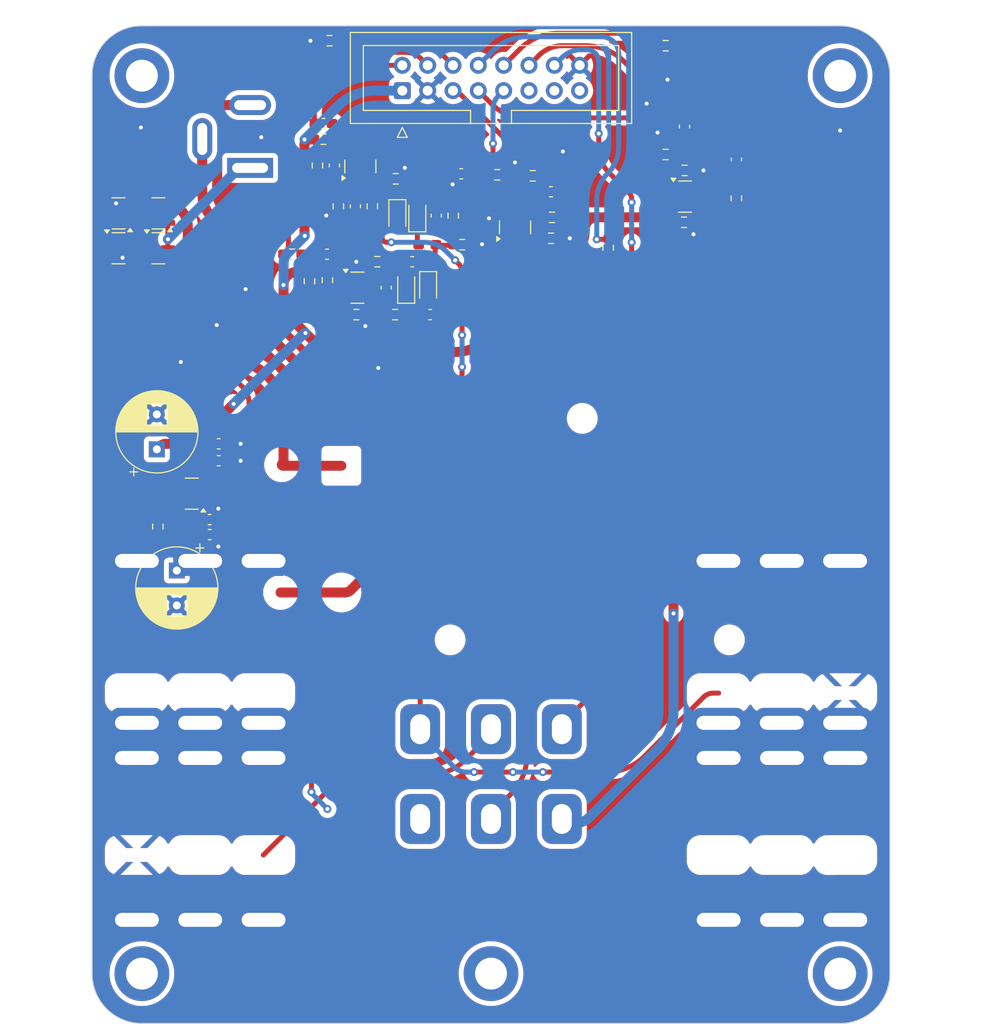
<source format=kicad_pcb>
(kicad_pcb (version 20241229) (generator "pcbnew") (generator_version "9.0")
  (layers (0 "F.Cu" signal) (2 "B.Cu" signal) (13 "F.Paste" user) (15 "B.Paste" user) (5 "F.SilkS" user "F.Silkscreen") (7 "B.SilkS" user "B.Silkscreen") (1 "F.Mask" user) (3 "B.Mask" user) (25 "Edge.Cuts" user))
  (net 0 "")
  (net 1 "Net-(D1-K)")
  (net 2 "Net-(D1-A)")
  (net 3 "Net-(D3-K)")
  (net 4 "Net-(D3-A)")
  (net 5 "Net-(Q1-E)")
  (net 6 "Net-(Q2-E)")
  (net 7 "Net-(Q3-B)")
  (net 8 "Net-(Q3-E)")
  (net 9 "Net-(Q3-C)")
  (net 10 "Net-(Q5-B)")
  (net 11 "Net-(Q4-B)")
  (net 12 "Net-(Q4-C)")
  (net 13 "0")
  (net 14 "9V")
  (net 15 "Net-(Q1-B)")
  (net 16 "Net-(Q2-B)")
  (net 17 "Net-(C2-Pad1)")
  (net 18 "Net-(C4-Pad1)")
  (net 19 "Net-(C7-Pad1)")
  (net 20 "BAT-")
  (net 21 "Net-(Q4-E)")
  (net 24 "FS_OUT")
  (net 28 "F_OUT")
  (net 29 "Net-(SW1A-B)")
  (net 30 "SW_IN")
  (net 32 "CONN-")
  (net 33 "CONN+")
  (net 34 "Net-(J6B-Pin_5)")
  (net 35 "Net-(J6B-Pin_9)")
  (net 36 "Net-(J6D-Pin_8)")
  (net 37 "Net-(J6A-Pin_4)")
  (net 38 "Net-(J6C-Pin_14)")
  (net 39 "Net-(J6E-Pin_10)")
  (net 43 "Net-(SW1B-B)")
  (net 44 "REG_IN")
  (net 47 "Net-(J6C-Pin_12)")
  (net 48 "Net-(J6A-Pin_6)")
  (net 51 "unconnected-(J3-PadTN)")
  (footprint "Resistor_SMD:R_0603_1608Metric_Pad0.98x0.95mm_HandSolder" (layer "F.Cu") (at 80.45 65.3375 180)
    (property "Reference" "R2" (hide yes))
    (property "Value" "100")
  )
  (footprint "Capacitor_SMD:C_0603_1608Metric_Pad1.08x0.95mm_HandSolder" (layer "F.Cu") (at 82.1 73.65)
    (property "Reference" "C6" (hide yes))
    (property "Value" "1u")
  )
  (footprint "Diode_SMD:D_SOD-323" (layer "F.Cu") (at 81.5 76.2 90)
    (property "Reference" "D3" (hide yes))
    (property "Value" "1N4148WS")
  )
  (footprint "Diode_SMD:D_SOD-323" (layer "F.Cu") (at 83.7 76.25 -90)
    (property "Reference" "D5" (hide yes))
    (property "Value" "1N4148WS")
  )
  (footprint "Capacitor_SMD:C_0603_1608Metric_Pad1.08x0.95mm_HandSolder" (layer "F.Cu") (at 87.0125 64.8375)
    (property "Reference" "C13" (hide yes))
    (property "Value" "10n")
  )
  (footprint "Resistor_SMD:R_0603_1608Metric_Pad0.98x0.95mm_HandSolder" (layer "F.Cu") (at 94.1875 65.0375)
    (property "Reference" "R22" (hide yes))
    (property "Value" "22k")
  )
  (footprint "pedale:Jack_6.35mm" (layer "F.Cu") (at 67.2 119.865 180)
    (property "Reference" "J3" (hide yes))
    (property "Value" "Jack_6.35")
  )
  (footprint "pedale:M3_hole_with_spacer" (layer "F.Cu") (at 55 145)
    (property "Reference" "H3" (hide yes))
    (property "Value" "MountingHole")
  )
  (footprint "Capacitor_SMD:C_0603_1608Metric_Pad1.08x0.95mm_HandSolder" (layer "F.Cu") (at 96.0125 66.6375 180)
    (property "Reference" "C12" (hide yes))
    (property "Value" "4.7n")
  )
  (footprint "Resistor_SMD:R_0603_1608Metric_Pad0.98x0.95mm_HandSolder" (layer "F.Cu") (at 73.6 75.5 -90)
    (property "Reference" "R9" (hide yes))
    (property "Value" "470k")
  )
  (footprint "Package_TO_SOT_SMD:SOT-23" (layer "F.Cu") (at 56.6625 68.8 180)
    (property "Reference" "Q10" (hide yes))
    (property "Value" "AO3401A")
  )
  (footprint "Resistor_SMD:R_0603_1608Metric_Pad0.98x0.95mm_HandSolder" (layer "F.Cu") (at 101.75 72.25 -90)
    (property "Reference" "R26" (hide yes))
    (property "Value" "2.2k")
  )
  (footprint "Capacitor_SMD:C_0603_1608Metric_Pad1.08x0.95mm_HandSolder" (layer "F.Cu") (at 84.5125 69.0375 90)
    (property "Reference" "C9" (hide yes))
    (property "Value" "470p")
  )
  (footprint "pedale:M3_hole_with_spacer" (layer "F.Cu") (at 125 145)
    (property "Reference" "H4" (hide yes))
    (property "Value" "MountingHole")
  )
  (footprint "Resistor_SMD:R_0603_1608Metric_Pad0.98x0.95mm_HandSolder" (layer "F.Cu") (at 78.6 73.65 180)
    (property "Reference" "R8" (hide yes))
    (property "Value" "100k")
  )
  (footprint "Capacitor_SMD:C_0603_1608Metric_Pad1.08x0.95mm_HandSolder" (layer "F.Cu") (at 109.4 60.1 -90)
    (property "Reference" "C10" (hide yes))
    (property "Value" "100n")
  )
  (footprint "Capacitor_SMD:C_0603_1608Metric_Pad1.08x0.95mm_HandSolder" (layer "F.Cu") (at 62.7 91.897349)
    (property "Reference" "C17" (hide yes))
    (property "Value" "10u")
  )
  (footprint "pedale:IDC-Header_2x08_P2.54mm_Vertical" (layer "F.Cu") (at 81.11 56.5025 90)
    (property "Reference" "J6" (hide yes))
    (property "Value" "top_panel_connector")
  )
  (footprint "Capacitor_SMD:C_0603_1608Metric_Pad1.08x0.95mm_HandSolder" (layer "F.Cu") (at 61.8 100.997349 180)
    (property "Reference" "C18" (hide yes))
    (property "Value" "100n")
  )
  (footprint "Capacitor_SMD:C_0603_1608Metric_Pad1.08x0.95mm_HandSolder" (layer "F.Cu") (at 62.7 93.597349)
    (property "Reference" "C16" (hide yes))
    (property "Value" "10u")
  )
  (footprint "Capacitor_SMD:C_0603_1608Metric_Pad1.08x0.95mm_HandSolder" (layer "F.Cu") (at 61.8 99.497349)
    (property "Reference" "C14" (hide yes))
    (property "Value" "10u")
  )
  (footprint "Resistor_SMD:R_0603_1608Metric_Pad0.98x0.95mm_HandSolder" (layer "F.Cu") (at 80.3875 78.95)
    (property "Reference" "R12" (hide yes))
    (property "Value" "10k")
  )
  (footprint "pedale:M3_hole_with_spacer" (layer "F.Cu") (at 90 145)
    (property "Reference" "H5" (hide yes))
    (property "Value" "MountingHole")
  )
  (footprint "Diode_SMD:D_SOD-323" (layer "F.Cu") (at 80.6125 69.0375 -90)
    (property "Reference" "D2" (hide yes))
    (property "Value" "1N4148WS")
  )
  (footprint "pedale:M3_hole_with_spacer" (layer "F.Cu") (at 55 55)
    (property "Reference" "H1" (hide yes))
    (property "Value" "MountingHole")
  )
  (footprint "pedale:BarrelJack" (layer "F.Cu") (at 65.85 64.25 180)
    (property "Reference" "J9" (hide yes))
    (property "Value" "Barrel_Jack_Switch")
  )
  (footprint "pedale:bottom_plate" (layer "F.Cu") (at 50 50)
    (property "Reference" "P2" (hide yes))
    (property "Value" "bottom_panel")
  )
  (footprint "Resistor_SMD:R_0603_1608Metric_Pad0.98x0.95mm_HandSolder" (layer "F.Cu") (at 114.6 67.3 -90)
    (property "Reference" "R20" (hide yes))
    (property "Value" "15k")
  )
  (footprint "Capacitor_THT:CP_Radial_D8.0mm_P3.50mm" (layer "F.Cu") (at 56.5 92.45 90)
    (property "Reference" "C19" (hide yes))
    (property "Value" "470u")
  )
  (footprint "Resistor_SMD:R_0603_1608Metric_Pad0.98x0.95mm_HandSolder" (layer "F.Cu") (at 71.8 75.6 -90)
    (property "Reference" "R10" (hide yes))
    (property "Value" "10k")
  )
  (footprint "Capacitor_SMD:C_0603_1608Metric_Pad1.08x0.95mm_HandSolder" (layer "F.Cu") (at 83.9 78.95)
    (property "Reference" "C7" (hide yes))
    (property "Value" "100n")
  )
  (footprint "Resistor_SMD:R_0603_1608Metric_Pad0.98x0.95mm_HandSolder" (layer "F.Cu") (at 70.0625 72.9)
    (property "Reference" "R7" (hide yes))
    (property "Value" "10k")
  )
  (footprint "Capacitor_SMD:C_0603_1608Metric_Pad1.08x0.95mm_HandSolder" (layer "F.Cu") (at 73.2 59.8 180)
    (property "Reference" "C3" (hide yes))
    (property "Value" "1u")
  )
  (footprint "Capacitor_SMD:C_0603_1608Metric_Pad1.08x0.95mm_HandSolder" (layer "F.Cu") (at 79.5 76.25 -90)
    (property "Reference" "C5" (hide yes))
    (property "Value" "470p")
  )
  (footprint "Package_TO_SOT_SMD:SOT-23" (layer "F.Cu") (at 92.4125 70.2 90)
    (property "Reference" "Q2" (hide yes))
    (property "Value" "MMBT5551")
  )
  (footprint "Package_TO_SOT_SMD:SOT-23" (layer "F.Cu") (at 60 96.897349 180)
    (property "Reference" "Q5" (hide yes))
    (property "Value" "MMBT5551")
  )
  (footprint "Resistor_SMD:R_0603_1608Metric_Pad0.98x0.95mm_HandSolder" (layer "F.Cu") (at 86.2125 69.0375 90)
    (property "Reference" "R14" (hide yes))
    (property "Value" "470k")
  )
  (footprint "Capacitor_SMD:C_0603_1608Metric_Pad1.08x0.95mm_HandSolder" (layer "F.Cu") (at 83.6125 71.9375 180)
    (property "Reference" "C8" (hide yes))
    (property "Value" "1u")
  )
  (footprint "pedale:Jack_6.35mm" (layer "F.Cu") (at 67.2 139.615 180)
    (property "Reference" "J2" (hide yes))
    (property "Value" "Jack_6.35")
  )
  (footprint "Package_TO_SOT_SMD:SOT-23" (layer "F.Cu") (at 56.6625 72.3)
    (property "Reference" "Q8" (hide yes))
    (property "Value" "AO3401A")
  )
  (footprint "Diode_SMD:D_SOD-323" (layer "F.Cu") (at 82.6125 69.0375 90)
    (property "Reference" "D1" (hide yes))
    (property "Value" "1N4148WS")
  )
  (footprint "Resistor_SMD:R_0603_1608Metric_Pad0.98x0.95mm_HandSolder" (layer "F.Cu") (at 107.5 62.9 180)
    (property "Reference" "R19" (hide yes))
    (property "Value" "470k")
  )
  (footprint "Resistor_SMD:R_0603_1608Metric_Pad0.98x0.95mm_HandSolder" (layer "F.Cu") (at 73.8 51.5 180)
    (property "Reference" "R6" (hide yes))
    (property "Value" "1k")
  )
  (footprint "Resistor_SMD:R_0603_1608Metric_Pad0.98x0.95mm_HandSolder" (layer "F.Cu") (at 96.0125 71.3)
    (property "Reference" "R16" (hide yes))
    (property "Value" "150")
  )
  (footprint "Package_TO_SOT_SMD:SOT-23" (layer "F.Cu") (at 76.9 64.1 90)
    (property "Reference" "Q4" (hide yes))
    (property "Value" "MMBT5551")
  )
  (footprint "Resistor_SMD:R_0603_1608Metric_Pad0.98x0.95mm_HandSolder" (layer "F.Cu") (at 109.35 69.7)
    (property "Reference" "R21" (hide yes))
    (property "Value" "3.3k")
  )
  (footprint "Package_TO_SOT_SMD:SOT-23" (layer "F.Cu") (at 76.6 76.25)
    (property "Reference" "Q1" (hide yes))
    (property "Value" "MMBT5551")
  )
  (footprint "Resistor_SMD:R_0603_1608Metric_Pad0.98x0.95mm_HandSolder" (layer "F.Cu") (at 72.6 64 90)
    (property "Reference" "R4" (hide yes))
    (property "Value" "470k")
  )
  (footprint "Package_TO_SOT_SMD:SOT-23" (layer "F.Cu") (at 109.45 67.12)
    (property "Reference" "Q3" (hide yes))
    (property "Value" "MMBT5551")
  )
  (footprint "pedale:Jack_6.35mm" (layer "F.Cu") (at 112.825 123.385)
    (property "Reference" "J1" (hide yes))
    (property "Value" "Jack_6.35")
  )
  (footprint "Resistor_SMD:R_0603_1608Metric_Pad0.98x0.95mm_HandSolder" (layer "F.Cu") (at 76.5 78.95)
    (property "Reference" "R11" (hide yes))
    (property "Value" "150")
  )
  (footprint "Resistor_SMD:R_0603_1608Metric_Pad0.98x0.95mm_HandSolder" (layer "F.Cu") (at 96.1125 69.2 180)
    (property "Reference" "R15" (hide yes))
    (property "Value" "10k")
  )
  (footprint "Capacitor_SMD:C_0603_1608Metric_Pad1.08x0.95mm_HandSolder" (layer "F.Cu") (at 114.6 63.4 90)
    (property "Reference" "C11" (hide yes))
    (property "Value" "100n")
  )
  (footprint "pedale:Jack_6.35mm" (layer "F.Cu") (at 112.8 103.635)
    (property "Reference" "J4" (hide yes))
    (property "Value" "Jack_6.35")
  )
  (footprint "pedale:foot_switch_tht_no_pad" (layer "F.Cu") (at 90 125)
    (property "Reference" "SW1" (hide yes))
    (property "Value" "pedala_switch")
  )
  (footprint "Resistor_SMD:R_0603_1608Metric_Pad0.98x0.95mm_HandSolder" (layer "F.Cu") (at 56.6 100.197349 90)
    (property "Reference" "R24" (hide yes))
    (property "Value" "1k")
  )
  (footprint "Package_TO_SOT_SMD:SOT-23" (layer "F.Cu") (at 52.6625 72.3)
    (property "Reference" "Q13" (hide yes))
    (property "Value" "AO3400A")
  )
  (footprint "Capacitor_SMD:C_0603_1608Metric_Pad1.08x0.95mm_HandSolder" (layer "F.Cu") (at 74.3 64 90)
    (property "Reference" "C1" (hide yes))
    (property "Value" "470p")
  )
  (footprint "Resistor_SMD:R_0603_1608Metric_Pad0.98x0.95mm_HandSolder" (layer "F.Cu") (at 87.1125 71.9375)
    (property "Reference" "R13" (hide yes))
    (property "Value" "100k")
  )
  (footprint "Package_TO_SOT_SMD:SOT-23" (layer "F.Cu") (at 52.6625 68.8 180)
    (property "Reference" "Q14" (hide yes))
    (property "Value" "AO3400A")
  )
  (footprint "Resistor_SMD:R_0603_1608Metric_Pad0.98x0.95mm_HandSolder" (layer "F.Cu") (at 109.4 64.5)
    (property "Reference" "R18" (hide yes))
    (property "Value" "100k")
  )
  (footprint "Resistor_SMD:R_0603_1608Metric_Pad0.98x0.95mm_HandSolder" (layer "F.Cu") (at 107.5 52 180)
    (property "Reference" "R25" (hide yes))
    (property "Value" "2.2k")
  )
  (footprint "Resistor_SMD:R_0603_1608Metric_Pad0.98x0.95mm_HandSolder" (layer "F.Cu") (at 73.2 61.3625)
    (property "Reference" "R5" (hide yes))
    (property "Value" "10k")
  )
  (footprint "Resistor_SMD:R_0603_1608Metric_Pad0.98x0.95mm_HandSolder" (layer "F.Cu") (at 74.7 68.1 -90)
    (property "Reference" "R1" (hide yes))
    (property "Value" "47k")
  )
  (footprint "pedale:M3_hole_with_spacer" (layer "F.Cu") (at 125 55)
    (property "Reference" "H2" (hide yes))
    (property "Value" "MountingHole")
  )
  (footprint "Capacitor_SMD:C_0603_1608Metric_Pad1.08x0.95mm_HandSolder" (layer "F.Cu") (at 73.5625 72.9)
    (property "Reference" "C4" (hide yes))
    (property "Value" "100n")
  )
  (footprint "pedale:front_plate" (layer "F.Cu") (at 50 50)
    (property "Reference" "P1" (hide yes))
    (property "Value" "front_panel")
  )
  (footprint "Resistor_SMD:R_0603_1608Metric_Pad0.98x0.95mm_HandSolder" (layer "F.Cu") (at 90.625 64.9375 180)
    (property "Reference" "R17" (hide yes))
    (property "Value" "39k")
  )
  (footprint "Resistor_SMD:R_0603_1608Metric_Pad0.98x0.95mm_HandSolder" (layer "F.Cu") (at 78.1 68.1 -90)
    (property "Reference" "R3" (hide yes))
    (property "Value" "47k")
  )
  (footprint "Capacitor_THT:CP_Radial_D8.0mm_P3.50mm" (layer "F.Cu") (at 58.5 104.597349 -90)
    (property "Reference" "C20" (hide yes))
    (property "Value" "470u")
  )
  (footprint "Capacitor_SMD:C_0603_1608Metric_Pad1.08x0.95mm_HandSolder" (layer "F.Cu") (at 76.4 68.1 90)
    (property "Reference" "C2" (hide yes))
    (property "Value" "1u")
  )
  (gr_line (start 50 55) (end 50 145) (stroke (width 0.1)) (layer "Edge.Cuts"))
  (gr_arc (start 50 55) (mid 51.464467 51.464467) (end 55 50) (stroke (width 0.1)) (layer "Edge.Cuts"))
  (gr_arc (start 125 50) (mid 128.535533 51.464467) (end 130 55) (stroke (width 0.1)) (layer "Edge.Cuts"))
  (gr_line (start 55 150) (end 125 150) (stroke (width 0.1)) (layer "Edge.Cuts"))
  (gr_line (start 130 145) (end 130 55) (stroke (width 0.1)) (layer "Edge.Cuts"))
  (gr_arc (start 55 150) (mid 51.464467 148.535533) (end 50 145) (stroke (width 0.1)) (layer "Edge.Cuts"))
  (gr_line (start 125 50) (end 55 50) (stroke (width 0.1)) (layer "Edge.Cuts"))
  (gr_arc (start 130 145) (mid 128.535533 148.535533) (end 125 150) (stroke (width 0.1)) (layer "Edge.Cuts"))
  (segment (start 61.4 83.5875) (end 61.4 81.565685) (width 1) (layer "F.Cu") (net 0))
  (segment (start 60.6 80.2) (end 61 80.6) (width 1) (layer "F.Cu") (net 0))
  (segment (start 69.2 88.900869) (end 69.2 93.658578) (width 1) (layer "F.Cu") (net 0))
  (segment (start 58.675 77.2625) (end 58.65 77.2375) (width 0.5) (layer "F.Cu") (net 0))
  (segment (start 69.05 93.95) (end 69.1 93.9) (width 1) (layer "F.Cu") (net 0))
  (segment (start 69.17071 94.1) (end 75 94.1) (width 1) (layer "F.Cu") (net 0))
  (segment (start 58.7 81.727144) (end 58.7 77.322855) (width 0.5) (layer "F.Cu") (net 0))
  (segment (start 60.6 80.2) (end 60.6 77.0875) (width 1) (layer "F.Cu") (net 0))
  (segment (start 58.725 81.7875) (end 58.75 81.8125) (width 0.5) (layer "F.Cu") (net 0))
  (segment (start 63.88663 83.5875) (end 61.4 83.5875) (width 1) (layer "F.Cu") (net 0))
  (arc (start 58.675 77.2625) (mid 58.693502 77.290191) (end 58.7 77.322855) (width 0.5) (layer "F.Cu") (net 0))
  (arc (start 67.64375 85.14375) (mid 68.795543 86.867531) (end 69.2 88.900869) (width 1) (layer "F.Cu") (net 0))
  (arc (start 69.05 94.05) (mid 69.105382 94.087005) (end 69.17071 94.1) (width 1) (layer "F.Cu") (net 0))
  (arc (start 69.2 93.658578) (mid 69.17401 93.789234) (end 69.1 93.9) (width 1) (layer "F.Cu") (net 0))
  (arc (start 61 80.6) (mid 61.296043 81.04306) (end 61.4 81.565685) (width 1) (layer "F.Cu") (net 0))
  (arc (start 67.64375 85.14375) (mid 65.919968 83.991956) (end 63.88663 83.5875) (width 1) (layer "F.Cu") (net 0))
  (arc (start 69.05 93.95) (mid 69.029289 94) (end 69.05 94.05) (width 1) (layer "F.Cu") (net 0))
  (arc (start 58.7 81.727144) (mid 58.706497 81.759808) (end 58.725 81.7875) (width 0.5) (layer "F.Cu") (net 0))
  (segment (start 82.6125 71.479917) (end 82.6125 70.0875) (width 0.5) (layer "F.Cu") (net 1))
  (segment (start 82.6125 70.0875) (end 80.6125 70.0875) (width 0.5) (layer "F.Cu") (net 1))
  (segment (start 82.75 71.885355) (end 82.75 71.9375) (width 0.5) (layer "F.Cu") (net 1))
  (segment (start 82.70625 71.70625) (end 82.775 71.775) (width 0.5) (layer "F.Cu") (net 1))
  (arc (start 82.775 71.825) (mid 82.756497 71.852691) (end 82.75 71.885355) (width 0.5) (layer "F.Cu") (net 1))
  (arc (start 82.775 71.775) (mid 82.785355 71.8) (end 82.775 71.825) (width 0.5) (layer "F.Cu") (net 1))
  (arc (start 82.6125 71.479917) (mid 82.636864 71.602407) (end 82.70625 71.70625) (width 0.5) (layer "F.Cu") (net 1))
  (segment (start 84.67071 68.1) (end 86.5 68.1) (width 0.5) (layer "F.Cu") (net 2))
  (segment (start 82.7 68) (end 80.6 68) (width 0.5) (layer "F.Cu") (net 2))
  (segment (start 91.4 65.3) (end 91.95 65.85) (width 0.5) (layer "F.Cu") (net 2))
  (segment (start 96.875 67.03125) (end 96.875 66.6375) (width 0.5) (layer "F.Cu") (net 2))
  (segment (start 91.4 65.3) (end 89.342462 67.357537) (width 0.5) (layer "F.Cu") (net 2))
  (segment (start 82.7 68) (end 84.429289 68) (width 0.5) (layer "F.Cu") (net 2))
  (segment (start 95.55 68.75) (end 95.25 69.05) (width 0.5) (layer "F.Cu") (net 2))
  (segment (start 86.5 68.1) (end 87.55 68.1) (width 0.5) (layer "F.Cu") (net 2))
  (segment (start 94.887867 69.2) (end 92.5 69.2) (width 0.5) (layer "F.Cu") (net 2))
  (segment (start 92.5 69.2) (end 92.5 67.177817) (width 0.5) (layer "F.Cu") (net 2))
  (segment (start 96.596576 67.703423) (end 95.55 68.75) (width 0.5) (layer "F.Cu") (net 2))
  (arc (start 89.342462 67.357537) (mid 88.520073 67.90704) (end 87.55 68.1) (width 0.5) (layer "F.Cu") (net 2))
  (arc (start 84.55 68.05) (mid 84.494617 68.012994) (end 84.429289 68) (width 0.5) (layer "F.Cu") (net 2))
  (arc (start 96.875 67.03125) (mid 96.802639 67.395027) (end 96.596576 67.703423) (width 0.5) (layer "F.Cu") (net 2))
  (arc (start 91.95 65.85) (mid 92.357059 66.459207) (end 92.5 67.177817) (width 0.5) (layer "F.Cu") (net 2))
  (arc (start 95.25 69.05) (mid 95.083852 69.161016) (end 94.887867 69.2) (width 0.5) (layer "F.Cu") (net 2))
  (arc (start 84.55 68.05) (mid 84.605382 68.087005) (end 84.67071 68.1) (width 0.5) (layer "F.Cu") (net 2))
  (segment (start 79.55 77.25) (end 79.5 77.3) (width 0.5) (layer "F.Cu") (net 3))
  (segment (start 73.2 76.2) (end 77.4 76.2) (width 0.5) (layer "F.Cu") (net 3))
  (segment (start 73.109206 76.4125) (end 71.8 76.4125) (width 0.5) (layer "F.Cu") (net 3))
  (segment (start 79.5 77.1125) (end 79.5 78.729289) (width 0.5) (layer "F.Cu") (net 3))
  (segment (start 79.5 77.1125) (end 79.00625 77.1125) (width 0.5) (layer "F.Cu") (net 3))
  (segment (start 78.163366 76.763366) (end 77.6 76.2) (width 0.5) (layer "F.Cu") (net 3))
  (segment (start 73.635355 76.564644) (end 74.1 76.1) (width 0.5) (layer "F.Cu") (net 3))
  (segment (start 73.564644 76.664644) (end 73.45625 76.55625) (width 0.5) (layer "F.Cu") (net 3))
  (segment (start 79.4 78.829289) (end 79.4 77.541421) (width 0.5) (layer "F.Cu") (net 3))
  (segment (start 79.77071 77.3) (end 83.7 77.3) (width 0.5) (layer "F.Cu") (net 3))
  (arc (start 79.4 78.829289) (mid 79.41808 78.856349) (end 79.45 78.85) (width 0.5) (layer "F.Cu") (net 3))
  (arc (start 73.635355 76.564644) (mid 73.609188 76.603805) (end 73.6 76.65) (width 0.5) (layer "F.Cu") (net 3))
  (arc (start 79.5 78.729289) (mid 79.487005 78.794617) (end 79.45 78.85) (width 0.5) (layer "F.Cu") (net 3))
  (arc (start 79.65 77.25) (mid 79.6 77.229289) (end 79.55 77.25) (width 0.5) (layer "F.Cu") (net 3))
  (arc (start 73.564644 76.664644) (mid 73.587214 76.669133) (end 73.6 76.65) (width 0.5) (layer "F.Cu") (net 3))
  (arc (start 79.5 77.3) (mid 79.425989 77.410764) (end 79.4 77.541421) (width 0.5) (layer "F.Cu") (net 3))
  (arc (start 73.45625 76.55625) (mid 73.297025 76.449859) (end 73.109206 76.4125) (width 0.5) (layer "F.Cu") (net 3))
  (arc (start 79.65 77.25) (mid 79.705382 77.287005) (end 79.77071 77.3) (width 0.5) (layer "F.Cu") (net 3))
  (arc (start 78.163366 76.763366) (mid 78.550084 77.021763) (end 79.00625 77.1125) (width 0.5) (layer "F.Cu") (net 3))
  (segment (start 83.047855 75.2) (end 83.7 75.2) (width 0.5) (layer "F.Cu") (net 4))
  (segment (start 82.927144 75.15) (end 81.5 75.15) (width 0.5) (layer "F.Cu") (net 4))
  (segment (start 82.9625 75.114644) (end 82.9625 73.65) (width 0.5) (layer "F.Cu") (net 4))
  (arc (start 82.9875 75.175) (mid 82.959808 75.156497) (end 82.927144 75.15) (width 0.5) (layer "F.Cu") (net 4))
  (arc (start 82.927144 75.15) (mid 82.952144 75.139644) (end 82.9625 75.114644) (width 0.5) (layer "F.Cu") (net 4))
  (arc (start 82.9625 75.114644) (mid 82.968997 75.147308) (end 82.9875 75.175) (width 0.5) (layer "F.Cu") (net 4))
  (arc (start 82.9875 75.175) (mid 83.015191 75.193502) (end 83.047855 75.2) (width 0.5) (layer "F.Cu") (net 4))
  (segment (start 75.625 78.9125) (end 75.5875 78.95) (width 0.5) (layer "F.Cu") (net 5))
  (segment (start 75.6625 78.821966) (end 75.6625 77.2) (width 0.5) (layer "F.Cu") (net 5))
  (arc (start 75.6625 78.821966) (mid 75.652754 78.870962) (end 75.625 78.9125) (width 0.5) (layer "F.Cu") (net 5))
  (segment (start 95.01875 71.21875) (end 95.1 71.3) (width 0.5) (layer "F.Cu") (net 6))
  (segment (start 94.822595 71.1375) (end 93.3625 71.1375) (width 0.5) (layer "F.Cu") (net 6))
  (arc (start 95.01875 71.21875) (mid 94.928753 71.158616) (end 94.822595 71.1375) (width 0.5) (layer "F.Cu") (net 6))
  (segment (start 108.454973 66.154973) (end 108.435 66.135) (width 0.5) (layer "F.Cu") (net 7))
  (segment (start 108.49125 66.17) (end 108.5125 66.17) (width 0.5) (layer "F.Cu") (net 7))
  (segment (start 108.5 65.929289) (end 108.5 62.5) (width 0.5) (layer "F.Cu") (net 7))
  (segment (start 109.4 61.28125) (end 109.4 60.9625) (width 0.5) (layer "F.Cu") (net 7))
  (segment (start 108.5 62.5) (end 109.174609 61.82539) (width 0.5) (layer "F.Cu") (net 7))
  (segment (start 108.45 66.05) (end 108.435 66.065) (width 0.5) (layer "F.Cu") (net 7))
  (arc (start 108.435 66.065) (mid 108.420502 66.1) (end 108.435 66.135) (width 0.5) (layer "F.Cu") (net 7))
  (arc (start 108.5 65.929289) (mid 108.487005 65.994617) (end 108.45 66.05) (width 0.5) (layer "F.Cu") (net 7))
  (arc (start 108.454973 66.154973) (mid 108.471617 66.166094) (end 108.49125 66.17) (width 0.5) (layer "F.Cu") (net 7))
  (arc (start 109.4 61.28125) (mid 109.341422 61.575736) (end 109.174609 61.82539) (width 0.5) (layer "F.Cu") (net 7))
  (segment (start 108.475 69.6625) (end 108.4375 69.7) (width 0.5) (layer "F.Cu") (net 8))
  (segment (start 108.5125 69.571966) (end 108.5125 68.07) (width 0.5) (layer "F.Cu") (net 8))
  (arc (start 108.5125 69.571966) (mid 108.502754 69.620962) (end 108.475 69.6625) (width 0.5) (layer "F.Cu") (net 8))
  (segment (start 110.3875 67.08625) (end 110.3875 67.0125) (width 0.5) (layer "F.Cu") (net 9))
  (segment (start 110.42125 67.12) (end 113.349544 67.12) (width 0.5) (layer "F.Cu") (net 9))
  (segment (start 110.3875 67.15375) (end 110.3875 67.1875) (width 0.5) (layer "F.Cu") (net 9))
  (segment (start 114.6 65.869544) (end 114.6 64.2625) (width 0.5) (layer "F.Cu") (net 9))
  (segment (start 110.3875 67.15375) (end 110.3875 67.08625) (width 0.5) (layer "F.Cu") (net 9))
  (arc (start 114.6 65.869544) (mid 114.504814 66.348072) (end 114.23375 66.75375) (width 0.5) (layer "F.Cu") (net 9))
  (arc (start 110.3875 67.08625) (mid 110.397385 67.110114) (end 110.42125 67.12) (width 0.5) (layer "F.Cu") (net 9))
  (arc (start 114.23375 66.75375) (mid 113.828072 67.024814) (end 113.349544 67.12) (width 0.5) (layer "F.Cu") (net 9))
  (arc (start 110.42125 67.12) (mid 110.397385 67.129885) (end 110.3875 67.15375) (width 0.5) (layer "F.Cu") (net 9))
  (segment (start 58.5 101.509481) (end 58.5 104.597349) (width 0.5) (layer "F.Cu") (net 10))
  (segment (start 57.987867 100.997349) (end 56.792049 100.997349) (width 0.5) (layer "F.Cu") (net 10))
  (segment (start 61.1 97.897349) (end 61.2 97.797349) (width 0.5) (layer "F.Cu") (net 10))
  (segment (start 56.65625 101.053599) (end 56.6 101.109849) (width 0.5) (layer "F.Cu") (net 10))
  (segment (start 60.658578 100.997349) (end 59.012132 100.997349) (width 0.5) (layer "F.Cu") (net 10))
  (segment (start 61 100.655927) (end 61 98.13877) (width 0.5) (layer "F.Cu") (net 10))
  (arc (start 61.1 97.897349) (mid 61.025989 98.008113) (end 61 98.13877) (width 0.5) (layer "F.Cu") (net 10))
  (arc (start 58.5 101.509481) (mid 58.461016 101.313496) (end 58.35 101.147349) (width 0.5) (layer "F.Cu") (net 10))
  (arc (start 60.9 100.897349) (mid 60.789234 100.971359) (end 60.658578 100.997349) (width 0.5) (layer "F.Cu") (net 10))
  (arc (start 59.012132 100.997349) (mid 58.816147 101.036332) (end 58.65 101.147349) (width 0.5) (layer "F.Cu") (net 10))
  (arc (start 58.35 101.147349) (mid 58.5 101.209481) (end 58.65 101.147349) (width 0.5) (layer "F.Cu") (net 10))
  (arc (start 58.35 101.147349) (mid 58.183852 101.036332) (end 57.987867 100.997349) (width 0.5) (layer "F.Cu") (net 10))
  (arc (start 61 100.655927) (mid 60.97401 100.786583) (end 60.9 100.897349) (width 0.5) (layer "F.Cu") (net 10))
  (arc (start 56.792049 100.997349) (mid 56.718555 101.011967) (end 56.65625 101.053599) (width 0.5) (layer "F.Cu") (net 10))
  (arc (start 58.65 101.147349) (mid 58.538983 101.313496) (end 58.5 101.509481) (width 0.5) (layer "F.Cu") (net 10))
  (segment (start 76.175 67.0125) (end 76.375 67.2125) (width 0.5) (layer "F.Cu") (net 11))
  (segment (start 74.214644 64.9125) (end 72.6 64.9125) (width 0.5) (layer "F.Cu") (net 11))
  (segment (start 74.335355 64.8625) (end 75.651256 64.8625) (width 0.5) (layer "F.Cu") (net 11))
  (segment (start 76.314644 67.1875) (end 74.7 67.1875) (width 0.5) (layer "F.Cu") (net 11))
  (segment (start 75.95 66.469301) (end 75.95 65.161243) (width 0.5) (layer "F.Cu") (net 11))
  (arc (start 74.335355 64.8625) (mid 74.302691 64.868997) (end 74.275 64.8875) (width 0.5) (layer "F.Cu") (net 11))
  (arc (start 74.275 64.8875) (mid 74.247308 64.906002) (end 74.214644 64.9125) (width 0.5) (layer "F.Cu") (net 11))
  (arc (start 75.8625 64.95) (mid 75.927259 65.046919) (end 75.95 65.161243) (width 0.5) (layer "F.Cu") (net 11))
  (arc (start 75.8625 64.95) (mid 75.76558 64.88524) (end 75.651256 64.8625) (width 0.5) (layer "F.Cu") (net 11))
  (arc (start 76.375 67.2125) (mid 76.375 67.2125) (end 76.375 67.2125) (width 0.5) (layer "F.Cu") (net 11))
  (arc (start 76.375 67.2125) (mid 76.347308 67.193997) (end 76.314644 67.1875) (width 0.5) (layer "F.Cu") (net 11))
  (arc (start 75.95 66.469301) (mid 76.008475 66.763278) (end 76.175 67.0125) (width 0.5) (layer "F.Cu") (net 11))
  (segment (start 76.835983 63.1375) (end 74.3 63.1375) (width 0.5) (layer "F.Cu") (net 12))
  (segment (start 74.1125 61.397855) (end 74.1125 62.679917) (width 0.5) (layer "F.Cu") (net 12))
  (segment (start 74.150628 63.0875) (end 72.6 63.0875) (width 0.5) (layer "F.Cu") (net 12))
  (segment (start 76.88125 63.11875) (end 76.9 63.1) (width 0.5) (layer "F.Cu") (net 12))
  (segment (start 74.0625 61.277144) (end 74.0625 59.8) (width 0.5) (layer "F.Cu") (net 12))
  (segment (start 74.25625 62.95625) (end 74.20625 62.90625) (width 0.5) (layer "F.Cu") (net 12))
  (arc (start 74.0875 61.3375) (mid 74.106002 61.365191) (end 74.1125 61.397855) (width 0.5) (layer "F.Cu") (net 12))
  (arc (start 74.1125 62.679917) (mid 74.136864 62.802407) (end 74.20625 62.90625) (width 0.5) (layer "F.Cu") (net 12))
  (arc (start 76.88125 63.11875) (mid 76.860481 63.132627) (end 76.835983 63.1375) (width 0.5) (layer "F.Cu") (net 12))
  (arc (start 74.25625 63.04375) (mid 74.20779 63.076129) (end 74.150628 63.0875) (width 0.5) (layer "F.Cu") (net 12))
  (arc (start 74.0625 61.277144) (mid 74.068997 61.309808) (end 74.0875 61.3375) (width 0.5) (layer "F.Cu") (net 12))
  (arc (start 74.25625 62.95625) (mid 74.274371 62.999999) (end 74.25625 63.04375) (width 0.5) (layer "F.Cu") (net 12))
  (segment (start 63.5625 91.897349) (end 64.9 91.897349) (width 0.5) (layer "F.Cu") (net 13))
  (segment (start 52.497855 67.85) (end 53.6 67.85) (width 0.5) (layer "F.Cu") (net 13))
  (segment (start 52.4375 67.825) (end 52.4125 67.8) (width 0.5) (layer "F.Cu") (net 13))
  (segment (start 110.2625 70.835983) (end 110.2625 69.7) (width 0.5) (layer "F.Cu") (net 13))
  (segment (start 73.4875 69.0125) (end 74.7 69.0125) (width 0.5) (layer "F.Cu") (net 13))
  (segment (start 77.4125 80.078661) (end 77.4125 78.95) (width 0.5) (layer "F.Cu") (net 13))
  (segment (start 92.985568 63.914432) (end 92.902352 63.831216) (width 0.5) (layer "F.Cu") (net 13))
  (segment (start 53.0625 73.25) (end 51.725 73.25) (width 0.5) (layer "F.Cu") (net 13))
  (segment (start 77.40625 80.09375) (end 77.4 80.1) (width 0.5) (layer "F.Cu") (net 13))
  (segment (start 96.925 71.3) (end 97.9 71.3) (width 0.5) (layer "F.Cu") (net 13))
  (segment (start 59.021338 83.6875) (end 59.7 83.6875) (width 0.5) (layer "F.Cu") (net 13))
  (segment (start 92.585568 63.7) (end 92.4 63.7) (width 0.5) (layer "F.Cu") (net 13))
  (segment (start 62.6625 98.397349) (end 62.6625 99.497349) (width 0.5) (layer "F.Cu") (net 13))
  (segment (start 89.08125 71.91875) (end 89.1 71.9) (width 0.5) (layer "F.Cu") (net 13))
  (segment (start 62.6625 100.997349) (end 62.6625 102.197349) (width 0.5) (layer "F.Cu") (net 13))
  (segment (start 110.3125 64.5) (end 111.3 64.5) (width 0.5) (layer "F.Cu") (net 13))
  (segment (start 63.5625 93.597349) (end 64.9 93.597349) (width 0.5) (layer "F.Cu") (net 13))
  (segment (start 89.035983 71.9375) (end 88.025 71.9375) (width 0.5) (layer "F.Cu") (net 13))
  (segment (start 93.2 64.432116) (end 93.2 64.909466) (width 0.5) (layer "F.Cu") (net 13))
  (segment (start 81.4125 65.2) (end 81.4125 64.1) (width 0.5) (layer "F.Cu") (net 13))
  (segment (start 76.5 73.65) (end 77.6875 73.65) (width 0.5) (layer "F.Cu") (net 13))
  (segment (start 93.2375 65) (end 93.275 65.0375) (width 0.5) (layer "F.Cu") (net 13))
  (segment (start 86.15 64.8375) (end 86.15 65.9) (width 0.5) (layer "F.Cu") (net 13))
  (segment (start 72.3875 51.5) (end 71.9 51.5) (width 0.5) (layer "F.Cu") (net 13))
  (segment (start 58.991161 83.7) (end 58.9 83.7) (width 0.5) (layer "F.Cu") (net 13))
  (segment (start 110.28125 70.88125) (end 110.3 70.9) (width 0.5) (layer "F.Cu") (net 13))
  (via (at 66.97 61.17) (size 0.8) (drill 0.4) (layers "F.Cu" "B.Cu") (net 13))
  (via (at 62.5 80) (size 0.8) (drill 0.4) (layers "F.Cu" "B.Cu") (net 13))
  (via (at 111.3 64.5) (size 0.8) (drill 0.4) (layers "F.Cu" "B.Cu") (net 13))
  (via (at 73.4875 69.0125) (size 0.8) (drill 0.4) (layers "F.Cu" "B.Cu") (net 13))
  (via (at 110.3 70.9) (size 0.8) (drill 0.4) (layers "F.Cu" "B.Cu") (net 13))
  (via (at 52.4125 67.8) (size 0.8) (drill 0.4) (layers "F.Cu" "B.Cu") (net 13))
  (via (at 65.4 76.4) (size 0.8) (drill 0.4) (layers "F.Cu" "B.Cu") (net 13))
  (via (at 62.6625 98.397349) (size 0.8) (drill 0.4) (layers "F.Cu" "B.Cu") (net 13))
  (via (at 62.6625 102.197349) (size 0.8) (drill 0.4) (layers "F.Cu" "B.Cu") (net 13))
  (via (at 71.9 51.5) (size 0.8) (drill 0.4) (layers "F.Cu" "B.Cu") (net 13))
  (via (at 64.9 93.597349) (size 0.8) (drill 0.4) (layers "F.Cu" "B.Cu") (net 13))
  (via (at 89.8 69.3) (size 0.8) (drill 0.4) (layers "F.Cu" "B.Cu") (net 13))
  (via (at 89.1 71.9) (size 0.8) (drill 0.4) (layers "F.Cu" "B.Cu") (net 13))
  (via (at 106.7 60.7) (size 0.8) (drill 0.4) (layers "F.Cu" "B.Cu") (net 13))
  (via (at 105.6 57.8) (size 0.8) (drill 0.4) (layers "F.Cu" "B.Cu") (net 13))
  (via (at 64.9 91.897349) (size 0.8) (drill 0.4) (layers "F.Cu" "B.Cu") (net 13))
  (via (at 92.4 63.7) (size 0.8) (drill 0.4) (layers "F.Cu" "B.Cu") (net 13))
  (via (at 76.5 73.65) (size 0.8) (drill 0.4) (layers "F.Cu" "B.Cu") (net 13))
  (via (at 53.0625 73.25) (size 0.8) (drill 0.4) (layers "F.Cu" "B.Cu") (net 13))
  (via (at 86.15 65.9) (size 0.8) (drill 0.4) (layers "F.Cu" "B.Cu") (net 13))
  (via (at 58.9 83.7) (size 0.8) (drill 0.4) (layers "F.Cu" "B.Cu") (net 13))
  (via (at 125 60.5) (size 0.8) (drill 0.4) (layers "F.Cu" "B.Cu") (net 13))
  (via (at 107.7 55.4) (size 0.8) (drill 0.4) (layers "F.Cu" "B.Cu") (net 13))
  (via (at 77.4 80.1) (size 0.8) (drill 0.4) (layers "F.Cu" "B.Cu") (net 13))
  (via (at 81.3625 64.2375) (size 0.8) (drill 0.4) (layers "F.Cu" "B.Cu") (net 13))
  (via (at 54.9 60.2) (size 0.8) (drill 0.4) (layers "F.Cu" "B.Cu") (net 13))
  (via (at 97.9 71.3) (size 0.8) (drill 0.4) (layers "F.Cu" "B.Cu") (net 13))
  (via (at 97.2 62.6) (size 0.8) (drill 0.4) (layers "F.Cu" "B.Cu") (net 13))
  (via (at 78.7 84.3) (size 0.8) (drill 0.4) (layers "F.Cu" "B.Cu") (net 13))
  (arc (start 59.00625 83.69375) (mid 58.999327 83.698375) (end 58.991161 83.7) (width 0.5) (layer "F.Cu") (net 13))
  (arc (start 89.08125 71.91875) (mid 89.060481 71.932627) (end 89.035983 71.9375) (width 0.5) (layer "F.Cu") (net 13))
  (arc (start 92.985568 63.914432) (mid 93.14427 64.151947) (end 93.2 64.432116) (width 0.5) (layer "F.Cu") (net 13))
  (arc (start 92.902352 63.831216) (mid 92.75701 63.734101) (end 92.585568 63.7) (width 0.5) (layer "F.Cu") (net 13))
  (arc (start 52.4375 67.825) (mid 52.465191 67.843502) (end 52.497855 67.85) (width 0.5) (layer "F.Cu") (net 13))
  (arc (start 77.4125 80.078661) (mid 77.410875 80.086827) (end 77.40625 80.09375) (width 0.5) (layer "F.Cu") (net 13))
  (arc (start 110.2625 70.835983) (mid 110.267372 70.860481) (end 110.28125 70.88125) (width 0.5) (layer "F.Cu") (net 13))
  (arc (start 93.2 64.909466) (mid 93.209745 64.958462) (end 93.2375 65) (width 0.5) (layer "F.Cu") (net 13))
  (arc (start 59.021338 83.6875) (mid 59.013172 83.689124) (end 59.00625 83.69375) (width 0.5) (layer "F.Cu") (net 13))
  (segment (start 56.518614 92.431385) (end 56.776325 92.173674) (width 1) (layer "F.Cu") (net 14))
  (segment (start 116.7 64.627575) (end 116.7 62.541463) (width 1) (layer "F.Cu") (net 14))
  (segment (start 72.28125 61.40625) (end 72.2875 61.4125) (width 1) (layer "F.Cu") (net 14))
  (segment (start 70.5 74.6875) (end 71.8 74.6875) (width 1) (layer "F.Cu") (net 14))
  (segment (start 90.143792 81.106207) (end 98.463083 72.786916) (width 1) (layer "F.Cu") (net 14))
  (segment (start 61.8375 91.897349) (end 57.443434 91.897349) (width 1) (layer "F.Cu") (net 14))
  (segment (start 115.65 67.1625) (end 114.6 68.2125) (width 1) (layer "F.Cu") (net 14))
  (segment (start 62.415506 89.684493) (end 64.2 87.9) (width 1) (layer "F.Cu") (net 14))
  (segment (start 70.45 79.85) (end 72.35 81.75) (width 1) (layer "F.Cu") (net 14))
  (segment (start 98.2125 69.2) (end 100.5875 69.2) (width 1) (layer "F.Cu") (net 14))
  (segment (start 100.5875 69.2) (end 106.3 69.2) (width 1) (layer "F.Cu") (net 14))
  (segment (start 61.8375 91.897349) (end 61.8375 93.597349) (width 1) (layer "F.Cu") (net 14))
  (segment (start 106.44375 63.04375) (end 106.5875 62.9) (width 1) (layer "F.Cu") (net 14))
  (segment (start 98.2125 69.2) (end 97.025 69.2) (width 1) (layer "F.Cu") (net 14))
  (segment (start 61.1 95.792424) (end 61.1 95.8) (width 1) (layer "F.Cu") (net 14))
  (segment (start 106.3 70.1) (end 106.3 70.5) (width 1) (layer "F.Cu") (net 14))
  (segment (start 70.3 79.7) (end 70.45 79.85) (width 1) (layer "F.Cu") (net 14))
  (segment (start 69.2 77.044365) (end 69.2 75.9875) (width 1) (layer "F.Cu") (net 14))
  (segment (start 106.3 69.2) (end 106.3 63.390793) (width 1) (layer "F.Cu") (net 14))
  (segment (start 114.6 70.942893) (end 114.6 68.2125) (width 1) (layer "F.Cu") (net 14))
  (segment (start 61.8375 94.525857) (end 61.8375 93.597349) (width 1) (layer "F.Cu") (net 14))
  (segment (start 56.473674 92.45) (end 56.447349 92.45) (width 1) (layer "F.Cu") (net 14))
  (segment (start 106.794974 71.694974) (end 107.475 72.375) (width 1) (layer "F.Cu") (net 14))
  (segment (start 71.315 71.045) (end 71.33 71.06) (width 1) (layer "F.Cu") (net 14))
  (segment (start 99.4 70.3875) (end 99.4 70.525) (width 1) (layer "F.Cu") (net 14))
  (segment (start 71.7875 61.4) (end 72.266161 61.4) (width 1) (layer "F.Cu") (net 14))
  (segment (start 61.105356 95.779492) (end 61.46875 95.416099) (width 1) (layer "F.Cu") (net 14))
  (segment (start 86.296036 82.7) (end 74.643502 82.7) (width 1) (layer "F.Cu") (net 14))
  (segment (start 106.3 70.1) (end 106.3 69.2) (width 1) (layer "F.Cu") (net 14))
  (segment (start 108.3 73.588908) (end 108.3 108.9) (width 1) (layer "F.Cu") (net 14))
  (segment (start 61.8375 91.897349) (end 61.8375 91.079924) (width 1) (layer "F.Cu") (net 14))
  (segment (start 112.892893 72.65) (end 108.138908 72.65) (width 1) (layer "F.Cu") (net 14))
  (segment (start 115.106207 58.693707) (end 108.4125 52) (width 1) (layer "F.Cu") (net 14))
  (segment (start 71.3 61.8875) (end 71.3 71.008786) (width 1) (layer "F.Cu") (net 14))
  (segment (start 108.025 72.925) (end 107.475 72.375) (width 1) (layer "F.Cu") (net 14))
  (via (at 71.4 80.8) (size 0.8) (drill 0.4) (layers "F.Cu" "B.Cu") (net 14))
  (via (at 71.33 71.06) (size 0.8) (drill 0.4) (layers "F.Cu" "B.Cu") (net 14))
  (via (at 71.3 61.4) (size 0.8) (drill 0.4) (layers "F.Cu" "B.Cu") (net 14))
  (via (at 69.2 75.9875) (size 0.8) (drill 0.4) (layers "F.Cu" "B.Cu") (net 14))
  (via (at 64.2 87.9) (size 0.8) (drill 0.4) (layers "F.Cu" "B.Cu") (net 14))
  (via (at 108.3 108.9) (size 0.8) (drill 0.4) (layers "F.Cu" "B.Cu") (net 14))
  (arc (start 72.35 81.75) (mid 73.402267 82.453103) (end 74.643502 82.7) (width 1) (layer "F.Cu") (net 14))
  (arc (start 72.28125 61.40625) (mid 72.274327 61.401624) (end 72.266161 61.4) (width 1) (layer "F.Cu") (net 14))
  (arc (start 61.8375 94.525857) (mid 61.741664 95.007652) (end 61.46875 95.416099) (width 1) (layer "F.Cu") (net 14))
  (arc (start 70.5 74.6875) (mid 69.580761 75.068261) (end 69.2 75.9875) (width 1) (layer "F.Cu") (net 14))
  (arc (start 69.2 77.044365) (mid 69.48588 78.481584) (end 70.3 79.7) (width 1) (layer "F.Cu") (net 14))
  (arc (start 62.415506 89.684493) (mid 61.987718 90.324722) (end 61.8375 91.079924) (width 1) (layer "F.Cu") (net 14))
  (arc (start 107.475 72.375) (mid 107.779603 72.578529) (end 108.138908 72.65) (width 1) (layer "F.Cu") (net 14))
  (arc (start 71.3 71.008786) (mid 71.303898 71.028385) (end 71.315 71.045) (width 1) (layer "F.Cu") (net 14))
  (arc (start 56.518614 92.431385) (mid 56.497995 92.445162) (end 56.473674 92.45) (width 1) (layer "F.Cu") (net 14))
  (arc (start 115.106207 58.693707) (mid 116.285786 60.459072) (end 116.7 62.541463) (width 1) (layer "F.Cu") (net 14))
  (arc (start 106.3 70.5) (mid 106.428639 71.146715) (end 106.794974 71.694974) (width 1) (layer "F.Cu") (net 14))
  (arc (start 57.443434 91.897349) (mid 57.082397 91.969163) (end 56.776325 92.173674) (width 1) (layer "F.Cu") (net 14))
  (arc (start 100.5875 69.2) (mid 99.74781 69.54781) (end 99.4 70.3875) (width 1) (layer "F.Cu") (net 14))
  (arc (start 71.7875 61.4) (mid 71.442785 61.542785) (end 71.3 61.8875) (width 1) (layer "F.Cu") (net 14))
  (arc (start 61.105356 95.779492) (mid 61.101391 95.785425) (end 61.1 95.792424) (width 1) (layer "F.Cu") (net 14))
  (arc (start 106.3 63.390793) (mid 106.337359 63.202974) (end 106.44375 63.04375) (width 1) (layer "F.Cu") (net 14))
  (arc (start 106.3 69.5) (mid 106.3 69.5) (end 106.3 69.5) (width 1) (layer "F.Cu") (net 14))
  (arc (start 90.143792 81.106207) (mid 88.378426 82.285786) (end 86.296036 82.7) (width 1) (layer "F.Cu") (net 14))
  (arc (start 114.6 70.942893) (mid 114.470054 71.596174) (end 114.1 72.15) (width 1) (layer "F.Cu") (net 14))
  (arc (start 108.138908 72.65) (mid 107.990079 72.749444) (end 108.025 72.925) (width 1) (layer "F.Cu") (net 14))
  (arc (start 99.4 70.525) (mid 99.156503 71.74914) (end 98.463083 72.786916) (width 1) (layer "F.Cu") (net 14))
  (arc (start 116.7 64.627575) (mid 116.427113 65.999466) (end 115.65 67.1625) (width 1) (layer "F.Cu") (net 14))
  (arc (start 114.1 72.15) (mid 113.546174 72.520054) (end 112.892893 72.65) (width 1) (layer "F.Cu") (net 14))
  (arc (start 99.4 70.3875) (mid 99.052189 69.54781) (end 98.2125 69.2) (width 1) (layer "F.Cu") (net 14))
  (arc (start 108.025 72.925) (mid 108.228529 73.229603) (end 108.3 73.588908) (width 1) (layer "F.Cu") (net 14))
  (segment (start 69.2 75.9875) (end 69.2 73.93875) (width 1) (layer "B.Cu") (net 14))
  (segment (start 69.729446 72.660553) (end 71.33 71.06) (width 1) (layer "B.Cu") (net 14))
  (segment (start 99.942462 129.257537) (end 106.706207 122.493792) (width 1) (layer "B.Cu") (net 14))
  (segment (start 98.15 130) (end 97.1 130) (width 1) (layer "B.Cu") (net 14))
  (segment (start 71.35 80.8) (end 71.4 80.8) (width 1) (layer "B.Cu") (net 14))
  (segment (start 74.603707 58.096292) (end 71.3 61.4) (width 1) (layer "B.Cu") (net 14))
  (segment (start 71.264644 80.835355) (end 64.2 87.9) (width 1) (layer "B.Cu") (net 14))
  (segment (start 108.3 118.646036) (end 108.3 108.9) (width 1) (layer "B.Cu") (net 14))
  (segment (start 78.451463 56.5025) (end 81.11 56.5025) (width 1) (layer "B.Cu") (net 14))
  (arc (start 108.3 118.646036) (mid 107.885786 120.728426) (end 106.706207 122.493792) (width 1) (layer "B.Cu") (net 14))
  (arc (start 99.942462 129.257537) (mid 99.120073 129.80704) (end 98.15 130) (width 1) (layer "B.Cu") (net 14))
  (arc (start 78.451463 56.5025) (mid 76.369072 56.916713) (end 74.603707 58.096292) (width 1) (layer "B.Cu") (net 14))
  (arc (start 71.35 80.8) (mid 71.303805 80.809188) (end 71.264644 80.835355) (width 1) (layer "B.Cu") (net 14))
  (arc (start 69.2 73.93875) (mid 69.337598 73.246994) (end 69.729446 72.660553) (width 1) (layer "B.Cu") (net 14))
  (segment (start 74.425 73.33125) (end 74.425 72.9) (width 0.5) (layer "F.Cu") (net 15))
  (segment (start 79.5125 75.366161) (end 79.5125 73.65) (width 0.5) (layer "F.Cu") (net 15))
  (segment (start 74.12006 74.067439) (end 73.6 74.5875) (width 0.5) (layer "F.Cu") (net 15))
  (segment (start 73.65625 74.65) (end 73.65625 74.55) (width 0.5) (layer "F.Cu") (net 15))
  (segment (start 75.50625 75.39375) (end 75.5 75.4) (width 0.5) (layer "F.Cu") (net 15))
  (segment (start 74.816313 75.3) (end 75.6625 75.3) (width 0.5) (layer "F.Cu") (net 15))
  (segment (start 79.491161 75.3875) (end 75.521338 75.3875) (width 0.5) (layer "F.Cu") (net 15))
  (segment (start 79.5125 73.65) (end 81.2375 73.65) (width 0.5) (layer "F.Cu") (net 15))
  (segment (start 73.95625 74.94375) (end 73.6 74.5875) (width 0.5) (layer "F.Cu") (net 15))
  (segment (start 74.3625 72.85) (end 74.4625 72.95) (width 0.5) (layer "F.Cu") (net 15))
  (arc (start 79.5125 75.366161) (mid 79.510875 75.374327) (end 79.50625 75.38125) (width 0.5) (layer "F.Cu") (net 15))
  (arc (start 79.50625 75.38125) (mid 79.499327 75.385875) (end 79.491161 75.3875) (width 0.5) (layer "F.Cu") (net 15))
  (arc (start 74.425 73.33125) (mid 74.345748 73.729672) (end 74.12006 74.067439) (width 0.5) (layer "F.Cu") (net 15))
  (arc (start 73.95625 74.94375) (mid 74.35085 75.207413) (end 74.816313 75.3) (width 0.5) (layer "F.Cu") (net 15))
  (arc (start 75.521338 75.3875) (mid 75.513172 75.389124) (end 75.50625 75.39375) (width 0.5) (layer "F.Cu") (net 15))
  (segment (start 85.787867 72) (end 84.4 72) (width 0.5) (layer "F.Cu") (net 16))
  (segment (start 88.312544 70.7) (end 90.71564 70.7) (width 0.5) (layer "F.Cu") (net 16))
  (segment (start 84.78125 78.93125) (end 84.7625 78.95) (width 0.5) (layer "F.Cu") (net 16))
  (segment (start 86.81875 71.31875) (end 86.2 71.9375) (width 0.5) (layer "F.Cu") (net 16))
  (segment (start 91.24375 70.91875) (end 91.4625 71.1375) (width 0.5) (layer "F.Cu") (net 16))
  (segment (start 85.958578 69.9) (end 84.5125 69.9) (width 0.5) (layer "F.Cu") (net 16))
  (segment (start 84.8 74.282842) (end 84.8 78.885983) (width 0.5) (layer "F.Cu") (net 16))
  (segment (start 86.3 70.241421) (end 86.3 71.487867) (width 0.5) (layer "F.Cu") (net 16))
  (segment (start 84.4 73.317157) (end 84.4 72) (width 0.5) (layer "F.Cu") (net 16))
  (arc (start 86.15 71.85) (mid 85.983852 71.961016) (end 85.787867 72) (width 0.5) (layer "F.Cu") (net 16))
  (arc (start 84.6 73.8) (mid 84.748021 74.021529) (end 84.8 74.282842) (width 0.5) (layer "F.Cu") (net 16))
  (arc (start 84.8 78.885983) (mid 84.795127 78.910481) (end 84.78125 78.93125) (width 0.5) (layer "F.Cu") (net 16))
  (arc (start 86.2 70) (mid 86.089234 69.925989) (end 85.958578 69.9) (width 0.5) (layer "F.Cu") (net 16))
  (arc (start 88.312544 70.7) (mid 87.504108 70.860807) (end 86.81875 71.31875) (width 0.5) (layer "F.Cu") (net 16))
  (arc (start 91.24375 70.91875) (mid 91.001451 70.756851) (end 90.71564 70.7) (width 0.5) (layer "F.Cu") (net 16))
  (arc (start 86.3 71.487867) (mid 86.261016 71.683852) (end 86.15 71.85) (width 0.5) (layer "F.Cu") (net 16))
  (arc (start 86.2 70) (mid 86.27401 70.110764) (end 86.3 70.241421) (width 0.5) (layer "F.Cu") (net 16))
  (arc (start 84.4 73.317157) (mid 84.451978 73.578469) (end 84.6 73.8) (width 0.5) (layer "F.Cu") (net 16))
  (segment (start 78.16875 68.98125) (end 78.1875 69) (width 0.5) (layer "F.Cu") (net 17))
  (segment (start 78.123483 68.9625) (end 76.4 68.9625) (width 0.5) (layer "F.Cu") (net 17))
  (arc (start 78.16875 68.98125) (mid 78.147981 68.967372) (end 78.123483 68.9625) (width 0.5) (layer "F.Cu") (net 17))
  (segment (start 72.7 72.9) (end 70.975 72.9) (width 0.5) (layer "F.Cu") (net 18))
  (segment (start 81.3 78.95) (end 83.0375 78.95) (width 0.5) (layer "F.Cu") (net 19))
  (segment (start 64.913792 78.213792) (end 77.206207 90.506207) (width 1) (layer "F.Cu") (net 20))
  (segment (start 61.05 66.694867) (end 61.05 61.35) (width 1) (layer "F.Cu") (net 20))
  (segment (start 74.65 106.8) (end 68.9 106.8) (width 1) (layer "F.Cu") (net 20))
  (segment (start 77.249999 105.249999) (end 75.947487 106.552512) (width 1) (layer "F.Cu") (net 20))
  (segment (start 78.8 101.507968) (end 78.8 94.353963) (width 1) (layer "F.Cu") (net 20))
  (segment (start 75.35 106.8) (end 74.65 106.8) (width 1) (layer "F.Cu") (net 20))
  (segment (start 63.32 74.366036) (end 63.32 72.175132) (width 1) (layer "F.Cu") (net 20))
  (arc (start 63.32 74.366036) (mid 63.734213 76.448426) (end 64.913792 78.213792) (width 1) (layer "F.Cu") (net 20))
  (arc (start 75.947487 106.552512) (mid 75.673357 106.735679) (end 75.35 106.8) (width 1) (layer "F.Cu") (net 20))
  (arc (start 78.8 101.507968) (mid 78.397167 103.533141) (end 77.249999 105.249999) (width 1) (layer "F.Cu") (net 20))
  (arc (start 62.185 69.435) (mid 63.025023 70.692183) (end 63.32 72.175132) (width 1) (layer "F.Cu") (net 20))
  (arc (start 77.206207 90.506207) (mid 78.385786 92.271572) (end 78.8 94.353963) (width 1) (layer "F.Cu") (net 20))
  (arc (start 61.05 66.694867) (mid 61.344976 68.177816) (end 62.185 69.435) (width 1) (layer "F.Cu") (net 20))
  (segment (start 79.50625 65.11875) (end 79.5875 65.2) (width 0.5) (layer "F.Cu") (net 21))
  (segment (start 79.310095 65.0375) (end 77.85 65.0375) (width 0.5) (layer "F.Cu") (net 21))
  (arc (start 79.50625 65.11875) (mid 79.416253 65.058616) (end 79.310095 65.0375) (width 0.5) (layer "F.Cu") (net 21))
  (segment (start 78.091463 53.9625) (end 81.11 53.9625) (width 0.5) (layer "F.Cu") (net 24))
  (segment (start 72.2875 58.725) (end 72.2875 59.9375) (width 0.5) (layer "F.Cu") (net 24))
  (segment (start 73.144866 56.655132) (end 74.243707 55.556292) (width 0.5) (layer "F.Cu") (net 24))
  (arc (start 78.091463 53.9625) (mid 76.009072 54.376713) (end 74.243707 55.556292) (width 0.5) (layer "F.Cu") (net 24))
  (arc (start 73.144866 56.655132) (mid 72.510322 57.604795) (end 72.2875 58.725) (width 0.5) (layer "F.Cu") (net 24))
  (segment (start 93.398937 59.2375) (end 109.4 59.2375) (width 0.5) (layer "F.Cu") (net 28))
  (segment (start 90.0975 57.87) (end 88.73 56.5025) (width 0.5) (layer "F.Cu") (net 28))
  (arc (start 90.0975 57.87) (mid 91.612212 58.882098) (end 93.398937 59.2375) (width 0.5) (layer "F.Cu") (net 28))
  (segment (start 90 120.5) (end 90 120) (width 0.5) (layer "F.Cu") (net 29))
  (segment (start 77.443963 125.1) (end 83.646036 125.1) (width 0.5) (layer "F.Cu") (net 29))
  (segment (start 73.596207 126.693792) (end 67.175 133.115) (width 0.5) (layer "F.Cu") (net 29))
  (segment (start 89.646446 121.353553) (end 87.493792 123.506207) (width 0.5) (layer "F.Cu") (net 29))
  (arc (start 77.443963 125.1) (mid 75.361572 125.514213) (end 73.596207 126.693792) (width 0.5) (layer "F.Cu") (net 29))
  (arc (start 90 120.5) (mid 89.908114 120.961939) (end 89.646446 121.353553) (width 0.5) (layer "F.Cu") (net 29))
  (arc (start 87.493792 123.506207) (mid 85.728426 124.685786) (end 83.646036 125.1) (width 0.5) (layer "F.Cu") (net 29))
  (segment (start 82.9 111.843144) (end 82.9 120) (width 0.5) (layer "F.Cu") (net 30))
  (segment (start 78.59375 67.68125) (end 78.1 67.1875) (width 0.5) (layer "F.Cu") (net 30))
  (segment (start 105.393792 123.206207) (end 111.322555 117.277444) (width 0.5) (layer "F.Cu") (net 30))
  (segment (start 86.711091 85.688908) (end 84.493792 87.906207) (width 0.5) (layer "F.Cu") (net 30))
  (segment (start 87.1 84.75) (end 87.1 84.2) (width 0.5) (layer "F.Cu") (net 30))
  (segment (start 87.1 74.694974) (end 87.1 81) (width 0.5) (layer "F.Cu") (net 30))
  (segment (start 79.54375 71.7) (end 80 71.7) (width 0.5) (layer "F.Cu") (net 30))
  (segment (start 79.0875 68.873267) (end 79.0875 71.24375) (width 0.5) (layer "F.Cu") (net 30))
  (segment (start 82.9 107.156856) (end 82.9 111.843144) (width 0.5) (layer "F.Cu") (net 30))
  (segment (start 82.9 91.753963) (end 82.9 107.156856) (width 0.5) (layer "F.Cu") (net 30))
  (segment (start 92.2 124.8) (end 88.3 124.8) (width 0.5) (layer "F.Cu") (net 30))
  (segment (start 101.546036 124.8) (end 95.2 124.8) (width 0.5) (layer "F.Cu") (net 30))
  (segment (start 112.27 116.885) (end 112.825 116.885) (width 0.5) (layer "F.Cu") (net 30))
  (segment (start 86.75 73.85) (end 86.4 73.5) (width 0.5) (layer "F.Cu") (net 30))
  (via (at 87.1 81) (size 0.8) (drill 0.4) (layers "F.Cu" "B.Cu") (net 30))
  (via (at 92.2 124.8) (size 0.8) (drill 0.4) (layers "F.Cu" "B.Cu") (net 30))
  (via (at 88.3 124.8) (size 0.8) (drill 0.4) (layers "F.Cu" "B.Cu") (net 30))
  (via (at 86.4 73.5) (size 0.8) (drill 0.4) (layers "F.Cu" "B.Cu") (net 30))
  (via (at 87.1 84.2) (size 0.8) (drill 0.4) (layers "F.Cu" "B.Cu") (net 30))
  (via (at 80 71.7) (size 0.8) (drill 0.4) (layers "F.Cu" "B.Cu") (net 30))
  (via (at 95.2 124.8) (size 0.8) (drill 0.4) (layers "F.Cu" "B.Cu") (net 30))
  (arc (start 84.493792 87.906207) (mid 83.314213 89.671572) (end 82.9 91.753963) (width 0.5) (layer "F.Cu") (net 30))
  (arc (start 78.59375 67.68125) (mid 78.959178 68.228152) (end 79.0875 68.873267) (width 0.5) (layer "F.Cu") (net 30))
  (arc (start 105.393792 123.206207) (mid 103.628426 124.385786) (end 101.546036 124.8) (width 0.5) (layer "F.Cu") (net 30))
  (arc (start 112.27 116.885) (mid 111.757246 116.986992) (end 111.322555 117.277444) (width 0.5) (layer "F.Cu") (net 30))
  (arc (start 87.1 84.75) (mid 86.998925 85.258133) (end 86.711091 85.688908) (width 0.5) (layer "F.Cu") (net 30))
  (arc (start 79.0875 71.24375) (mid 79.221132 71.566367) (end 79.54375 71.7) (width 0.5) (layer "F.Cu") (net 30))
  (arc (start 86.75 73.85) (mid 87.009037 74.237677) (end 87.1 74.694974) (width 0.5) (layer "F.Cu") (net 30))
  (segment (start 83.327207 71.7) (end 80 71.7) (width 0.5) (layer "B.Cu") (net 30))
  (segment (start 86.382322 73.482322) (end 85.5 72.6) (width 0.5) (layer "B.Cu") (net 30))
  (segment (start 92.35 124.8) (end 92.25 124.8) (width 0.5) (layer "B.Cu") (net 30))
  (segment (start 87.55 124.8) (end 88.3 124.8) (width 0.5) (layer "B.Cu") (net 30))
  (segment (start 92.35 124.8) (end 95.2 124.8) (width 0.5) (layer "B.Cu") (net 30))
  (segment (start 87.1 84.2) (end 87.1 81) (width 0.5) (layer "B.Cu") (net 30))
  (segment (start 86.4 73.525) (end 86.4 73.55) (width 0.5) (layer "B.Cu") (net 30))
  (segment (start 82.9 120.7) (end 82.9 120.5) (width 0.5) (layer "B.Cu") (net 30))
  (segment (start 92.25 124.8) (end 92.2 124.8) (width 0.5) (layer "B.Cu") (net 30))
  (segment (start 86.269669 124.269669) (end 83.041421 121.041421) (width 0.5) (layer "B.Cu") (net 30))
  (arc (start 82.9 120.7) (mid 82.936754 120.884775) (end 83.041421 121.041421) (width 0.5) (layer "B.Cu") (net 30))
  (arc (start 86.269669 124.269669) (mid 86.85709 124.662171) (end 87.55 124.8) (width 0.5) (layer "B.Cu") (net 30))
  (arc (start 86.382322 73.482322) (mid 86.395405 73.501902) (end 86.4 73.525) (width 0.5) (layer "B.Cu") (net 30))
  (arc (start 85.5 72.6) (mid 84.503114 71.933902) (end 83.327207 71.7) (width 0.5) (layer "B.Cu") (net 30))
  (segment (start 61.803963 57.95) (end 65.85 57.95) (width 1) (layer "F.Cu") (net 32))
  (segment (start 57.956206 59.543792) (end 57.318792 60.181207) (width 1) (layer "F.Cu") (net 32))
  (segment (start 51.725 71.35) (end 51.725 70.321338) (width 0.5) (layer "F.Cu") (net 32))
  (segment (start 55.725 64.028963) (end 55.725 68.6) (width 1) (layer "F.Cu") (net 32))
  (segment (start 51.725 71.35) (end 55.725 71.35) (width 0.5) (layer "F.Cu") (net 32))
  (segment (start 51.725 68.8) (end 55.725 68.8) (width 0.5) (layer "F.Cu") (net 32))
  (segment (start 51.725 70.278661) (end 51.725 68.8) (width 0.5) (layer "F.Cu") (net 32))
  (arc (start 51.725 70.278661) (mid 51.723375 70.286827) (end 51.71875 70.29375) (width 0.5) (layer "F.Cu") (net 32))
  (arc (start 51.71875 70.29375) (mid 51.716161 70.3) (end 51.71875 70.30625) (width 0.5) (layer "F.Cu") (net 32))
  (arc (start 61.803963 57.95) (mid 59.721572 58.364213) (end 57.956206 59.543792) (width 1) (layer "F.Cu") (net 32))
  (arc (start 51.71875 70.30625) (mid 51.723375 70.313172) (end 51.725 70.321338) (width 0.5) (layer "F.Cu") (net 32))
  (arc (start 57.318792 60.181207) (mid 56.139213 61.946572) (end 55.725 64.028963) (width 1) (layer "F.Cu") (net 32))
  (segment (start 57.6 72.3) (end 53.6 72.3) (width 0.5) (layer "F.Cu") (net 33))
  (segment (start 57.6 69.75) (end 53.6 69.75) (width 0.5) (layer "F.Cu") (net 33))
  (segment (start 57.6 72.3) (end 57.6 71.421338) (width 0.5) (layer "F.Cu") (net 33))
  (segment (start 57.6 71.378661) (end 57.6 69.75) (width 0.5) (layer "F.Cu") (net 33))
  (via (at 57.6125 71.4) (size 0.8) (drill 0.4) (layers "F.Cu" "B.Cu") (net 33))
  (arc (start 57.60625 71.39375) (mid 57.608838 71.4) (end 57.60625 71.40625) (width 0.5) (layer "F.Cu") (net 33))
  (arc (start 57.6 71.378661) (mid 57.601624 71.386827) (end 57.60625 71.39375) (width 0.5) (layer "F.Cu") (net 33))
  (arc (start 57.60625 71.40625) (mid 57.601624 71.413172) (end 57.6 71.421338) (width 0.5) (layer "F.Cu") (net 33))
  (segment (start 57.697855 71.45) (end 57.75 71.45) (width 0.5) (layer "B.Cu") (net 33))
  (segment (start 57.6125 71.387499) (end 57.6125 71.4) (width 1) (layer "B.Cu") (net 33))
  (segment (start 65.85 64.25) (end 65.05 64.25) (width 1) (layer "B.Cu") (net 33))
  (segment (start 65.05 64.25) (end 64.85 64.25) (width 1) (layer "B.Cu") (net 33))
  (segment (start 64.679289 64.32071) (end 57.6125 71.387499) (width 1) (layer "B.Cu") (net 33))
  (segment (start 57.6375 71.425) (end 57.7125 71.5) (width 0.5) (layer "B.Cu") (net 33))
  (arc (start 57.6375 71.425) (mid 57.665191 71.443502) (end 57.697855 71.45) (width 0.5) (layer "B.Cu") (net 33))
  (arc (start 64.85 64.25) (mid 64.757611 64.268376) (end 64.679289 64.32071) (width 1) (layer "B.Cu") (net 33))
  (arc (start 57.6375 71.425) (mid 57.6375 71.425) (end 57.6375 71.425) (width 0.5) (layer "B.Cu") (net 33))
  (segment (start 86.697582 56.635082) (end 95.1 65.0375) (width 0.5) (layer "F.Cu") (net 34))
  (segment (start 95.125 66.6125) (end 95.15 66.6375) (width 0.5) (layer "F.Cu") (net 34))
  (segment (start 86.3775 56.5025) (end 86.19 56.5025) (width 0.5) (layer "F.Cu") (net 34))
  (segment (start 95.1 65.0375) (end 95.1 66.552144) (width 0.5) (layer "F.Cu") (net 34))
  (arc (start 95.1 66.552144) (mid 95.106497 66.584808) (end 95.125 66.6125) (width 0.5) (layer "F.Cu") (net 34))
  (arc (start 86.697582 56.635082) (mid 86.550727 56.536956) (end 86.3775 56.5025) (width 0.5) (layer "F.Cu") (net 34))
  (segment (start 89.541789 64.8375) (end 87.875 64.8375) (width 0.5) (layer "F.Cu") (net 35))
  (segment (start 89.95625 64.69375) (end 89.7625 64.8875) (width 0.5) (layer "F.Cu") (net 35))
  (segment (start 90.2 64.105285) (end 90.2 61.8) (width 0.5) (layer "F.Cu") (net 35))
  (via (at 90.2 61.8) (size 0.8) (drill 0.4) (layers "F.Cu" "B.Cu") (net 35))
  (arc (start 89.6625 64.8875) (mid 89.7125 64.90821) (end 89.7625 64.8875) (width 0.5) (layer "F.Cu") (net 35))
  (arc (start 89.6625 64.8875) (mid 89.607117 64.850494) (end 89.541789 64.8375) (width 0.5) (layer "F.Cu") (net 35))
  (arc (start 90.2 64.105285) (mid 90.136651 64.42376) (end 89.95625 64.69375) (width 0.5) (layer "F.Cu") (net 35))
  (segment (start 90.735 57.0375) (end 91.27 56.5025) (width 0.5) (layer "B.Cu") (net 35))
  (segment (start 90.2 58.329104) (end 90.2 61.8) (width 0.5) (layer "B.Cu") (net 35))
  (arc (start 90.735 57.0375) (mid 90.339041 57.630093) (end 90.2 58.329104) (width 0.5) (layer "B.Cu") (net 35))
  (segment (start 101.643305 71.4) (end 100.6 71.4) (width 0.5) (layer "F.Cu") (net 36))
  (segment (start 101.71875 71.36875) (end 101.75 71.3375) (width 0.5) (layer "F.Cu") (net 36))
  (via (at 100.6 71.4) (size 0.8) (drill 0.4) (layers "F.Cu" "B.Cu") (net 36))
  (arc (start 101.71875 71.36875) (mid 101.684135 71.391878) (end 101.643305 71.4) (width 0.5) (layer "F.Cu") (net 36))
  (segment (start 93.616593 51.1) (end 101.092893 51.1) (width 0.5) (layer "B.Cu") (net 36))
  (segment (start 100.6 67.455634) (end 100.6 71.4) (width 0.5) (layer "B.Cu") (net 36))
  (segment (start 102.8 62.144365) (end 102.8 52.807106) (width 0.5) (layer "B.Cu") (net 36))
  (segment (start 90.16125 52.53125) (end 88.73 53.9625) (width 0.5) (layer "B.Cu") (net 36))
  (arc (start 102.3 51.6) (mid 101.746174 51.229945) (end 101.092893 51.1) (width 0.5) (layer "B.Cu") (net 36))
  (arc (start 102.8 62.144365) (mid 102.514119 63.581584) (end 101.7 64.8) (width 0.5) (layer "B.Cu") (net 36))
  (arc (start 101.7 64.8) (mid 100.88588 66.018415) (end 100.6 67.455634) (width 0.5) (layer "B.Cu") (net 36))
  (arc (start 102.3 51.6) (mid 102.670054 52.153825) (end 102.8 52.807106) (width 0.5) (layer "B.Cu") (net 36))
  (arc (start 93.616593 51.1) (mid 91.746574 51.471969) (end 90.16125 52.53125) (width 0.5) (layer "B.Cu") (net 36))
  (segment (start 77.592463 52.6615) (end 81.429054 52.6615) (width 0.5) (layer "F.Cu") (net 37))
  (segment (start 82.9995 53.312) (end 83.65 53.9625) (width 0.5) (layer "F.Cu") (net 37))
  (segment (start 73.744706 54.255292) (end 71.283792 56.716207) (width 0.5) (layer "F.Cu") (net 37))
  (segment (start 69.42 72.63) (end 69.15 72.9) (width 0.5) (layer "F.Cu") (net 37))
  (segment (start 69.69 60.563963) (end 69.69 71.978162) (width 0.5) (layer "F.Cu") (net 37))
  (arc (start 71.283792 56.716207) (mid 70.104213 58.481572) (end 69.69 60.563963) (width 0.5) (layer "F.Cu") (net 37))
  (arc (start 69.69 71.978162) (mid 69.619829 72.330934) (end 69.42 72.63) (width 0.5) (layer "F.Cu") (net 37))
  (arc (start 82.9995 53.312) (mid 82.278973 52.830559) (end 81.429054 52.6615) (width 0.5) (layer "F.Cu") (net 37))
  (arc (start 77.592463 52.6615) (mid 75.510072 53.075713) (end 73.744706 54.255292) (width 0.5) (layer "F.Cu") (net 37))
  (segment (start 102.506207 114.593792) (end 97.1 120) (width 0.5) (layer "F.Cu") (net 38))
  (segment (start 101.825304 64.725304) (end 103.852512 66.752512) (width 0.5) (layer "F.Cu") (net 38))
  (segment (start 104.1 67.35) (end 104.1 67.7) (width 0.5) (layer "F.Cu") (net 38))
  (segment (start 100.8 62.25) (end 100.8 60.8) (width 0.5) (layer "F.Cu") (net 38))
  (segment (start 104.1 110.746036) (end 104.1 71.7) (width 0.5) (layer "F.Cu") (net 38))
  (via (at 100.8 60.8) (size 0.8) (drill 0.4) (layers "F.Cu" "B.Cu") (net 38))
  (via (at 104.1 71.7) (size 0.8) (drill 0.4) (layers "F.Cu" "B.Cu") (net 38))
  (via (at 104.1 67.7) (size 0.8) (drill 0.4) (layers "F.Cu" "B.Cu") (net 38))
  (arc (start 104.1 110.746036) (mid 103.685786 112.828426) (end 102.506207 114.593792) (width 0.5) (layer "F.Cu") (net 38))
  (arc (start 100.8 62.25) (mid 101.066467 63.589625) (end 101.825304 64.725304) (width 0.5) (layer "F.Cu") (net 38))
  (arc (start 103.852512 66.752512) (mid 104.035679 67.026642) (end 104.1 67.35) (width 0.5) (layer "F.Cu") (net 38))
  (segment (start 104.1 71.7) (end 104.1 67.7) (width 0.5) (layer "B.Cu") (net 38))
  (segment (start 97.139101 53.173398) (end 96.35 53.9625) (width 0.5) (layer "B.Cu") (net 38))
  (segment (start 100.8 53.594974) (end 100.8 60.8) (width 0.5) (layer "B.Cu") (net 38))
  (segment (start 99.605025 52.4) (end 99.00625 52.4) (width 0.5) (layer "B.Cu") (net 38))
  (arc (start 100.45 52.75) (mid 100.709037 53.137677) (end 100.8 53.594974) (width 0.5) (layer "B.Cu") (net 38))
  (arc (start 99.00625 52.4) (mid 97.995756 52.600999) (end 97.139101 53.173398) (width 0.5) (layer "B.Cu") (net 38))
  (arc (start 100.45 52.75) (mid 100.062322 52.490962) (end 99.605025 52.4) (width 0.5) (layer "B.Cu") (net 38))
  (segment (start 96.736463 50.75) (end 104.474955 50.75) (width 0.5) (layer "F.Cu") (net 39))
  (segment (start 106.58308 51.98308) (end 105.96875 51.36875) (width 0.5) (layer "F.Cu") (net 39))
  (segment (start 92.888707 52.343792) (end 91.27 53.9625) (width 0.5) (layer "F.Cu") (net 39))
  (segment (start 106.5875 51.99375) (end 106.5875 52) (width 0.5) (layer "F.Cu") (net 39))
  (arc (start 96.736463 50.75) (mid 94.654072 51.164213) (end 92.888707 52.343792) (width 0.5) (layer "F.Cu") (net 39))
  (arc (start 106.58308 51.98308) (mid 106.586351 51.987975) (end 106.5875 51.99375) (width 0.5) (layer "F.Cu") (net 39))
  (arc (start 105.96875 51.36875) (mid 105.283391 50.910807) (end 104.474955 50.75) (width 0.5) (layer "F.Cu") (net 39))
  (segment (start 90 129.5) (end 90 130) (width 0.5) (layer "F.Cu") (net 43))
  (segment (start 92.006206 126.993792) (end 90.353553 128.646446) (width 0.5) (layer "F.Cu") (net 43))
  (segment (start 95.193792 82.906207) (end 100.623048 77.476951) (width 0.5) (layer "F.Cu") (net 43))
  (segment (start 101.75 74.75625) (end 101.75 73.1625) (width 0.5) (layer "F.Cu") (net 43))
  (segment (start 93.6 123.146036) (end 93.6 86.753963) (width 0.5) (layer "F.Cu") (net 43))
  (arc (start 93.6 123.146036) (mid 93.185786 125.228426) (end 92.006206 126.993792) (width 0.5) (layer "F.Cu") (net 43))
  (arc (start 90.353553 128.646446) (mid 90.091885 129.03806) (end 90 129.5) (width 0.5) (layer "F.Cu") (net 43))
  (arc (start 101.75 74.75625) (mid 101.457114 76.228682) (end 100.623048 77.476951) (width 0.5) (layer "F.Cu") (net 43))
  (arc (start 95.193792 82.906207) (mid 94.014213 84.671572) (end 93.6 86.753963) (width 0.5) (layer "F.Cu") (net 43))
  (segment (start 53.601674 98.501674) (end 52.892424 97.792424) (width 1) (layer "F.Cu") (net 44))
  (segment (start 59.6 75.5) (end 56.6 75.5) (width 1) (layer "F.Cu") (net 44))
  (segment (start 58.998674 97.1) (end 59 97.1) (width 1) (layer "F.Cu") (net 44))
  (segment (start 55.492424 99.284849) (end 56.6 99.284849) (width 1) (layer "F.Cu") (net 44))
  (segment (start 58.996411 97.100937) (end 57.106066 98.991282) (width 1) (layer "F.Cu") (net 44))
  (segment (start 52.993792 78.106206) (end 54.892893 76.207106) (width 1) (layer "F.Cu") (net 44))
  (segment (start 58.940625 68.509375) (end 58.663529 68.232279) (width 1) (layer "F.Cu") (net 44))
  (segment (start 51.4 81.953963) (end 51.4 94.189393) (width 1) (layer "F.Cu") (net 44))
  (segment (start 57.740625 67.85) (end 57.2 67.85) (width 1) (layer "F.Cu") (net 44))
  (segment (start 56.85 99.097349) (end 56.7 99.097349) (width 0.5) (layer "F.Cu") (net 44))
  (segment (start 55.6 74.5) (end 55.6 73.5) (width 1) (layer "F.Cu") (net 44))
  (segment (start 59.6 75.5) (end 59.6 70.101247) (width 1) (layer "F.Cu") (net 44))
  (arc (start 56.6 75.5) (mid 55.67612 75.68377) (end 54.892893 76.207106) (width 1) (layer "F.Cu") (net 44))
  (arc (start 53.601674 98.501674) (mid 54.469157 99.081308) (end 55.492424 99.284849) (width 1) (layer "F.Cu") (net 44))
  (arc (start 52.993792 78.106206) (mid 51.814213 79.871572) (end 51.4 81.953963) (width 1) (layer "F.Cu") (net 44))
  (arc (start 51.4 94.189393) (mid 51.787868 96.139339) (end 52.892424 97.792424) (width 1) (layer "F.Cu") (net 44))
  (arc (start 58.663529 68.232279) (mid 58.240097 67.949351) (end 57.740625 67.85) (width 1) (layer "F.Cu") (net 44))
  (arc (start 54.892893 76.207106) (mid 55.416228 75.423879) (end 55.6 74.5) (width 1) (layer "F.Cu") (net 44))
  (arc (start 57.106066 98.991282) (mid 56.988581 99.069783) (end 56.85 99.097349) (width 1) (layer "F.Cu") (net 44))
  (arc (start 58.940625 68.509375) (mid 59.428634 69.239732) (end 59.6 70.101247) (width 1) (layer "F.Cu") (net 44))
  (arc (start 58.998674 97.1) (mid 58.997449 97.100243) (end 58.996411 97.100937) (width 1) (layer "F.Cu") (net 44))
  (arc (start 55.6 74.5) (mid 55.892893 75.207106) (end 56.6 75.5) (width 1) (layer "F.Cu") (net 44))
  (segment (start 94.79125 52.98125) (end 93.81 53.9625) (width 0.5) (layer "F.Cu") (net 47))
  (segment (start 114.6 62.19375) (end 114.6 62.5375) (width 0.5) (layer "F.Cu") (net 47))
  (segment (start 99.496036 52) (end 97.160197 52) (width 0.5) (layer "F.Cu") (net 47))
  (segment (start 111.06066 58.31066) (end 114.356932 61.606932) (width 0.5) (layer "F.Cu") (net 47))
  (segment (start 105.939339 56.189339) (end 103.343792 53.593792) (width 0.5) (layer "F.Cu") (net 47))
  (arc (start 103.343792 53.593792) (mid 101.578426 52.414213) (end 99.496036 52) (width 0.5) (layer "F.Cu") (net 47))
  (arc (start 105.939339 56.189339) (mid 107.11418 56.974343) (end 108.5 57.25) (width 0.5) (layer "F.Cu") (net 47))
  (arc (start 111.06066 58.31066) (mid 109.885819 57.525656) (end 108.5 57.25) (width 0.5) (layer "F.Cu") (net 47))
  (arc (start 97.160197 52) (mid 95.878132 52.255018) (end 94.79125 52.98125) (width 0.5) (layer "F.Cu") (net 47))
  (arc (start 114.356932 61.606932) (mid 114.536828 61.876166) (end 114.6 62.19375) (width 0.5) (layer "F.Cu") (net 47))
  (segment (start 84.95875 52.73125) (end 86.19 53.9625) (width 0.5) (layer "F.Cu") (net 48))
  (segment (start 81.986249 51.5) (end 74.7125 51.5) (width 0.5) (layer "F.Cu") (net 48))
  (arc (start 84.95875 52.73125) (mid 83.594955 51.819991) (end 81.986249 51.5) (width 0.5) (layer "F.Cu") (net 48))
  (segment (start 70.406207 112.94012) (end 67.344792 109.878705) (width 0.5) (layer "F.Cu") (net 51))
  (segment (start 72 116.787876) (end 72 126.8) (width 0.5) (layer "F.Cu") (net 51))
  (segment (start 65.751 106.030949) (end 65.751 87.877011) (width 0.5) (layer "F.Cu") (net 51))
  (segment (start 57.94584 84.24584) (end 58.45 84.75) (width 0.5) (layer "F.Cu") (net 51))
  (segment (start 57.8 83.89375) (end 57.8 83.6875) (width 0.5) (layer "F.Cu") (net 51))
  (segment (start 60.019238 85.4) (end 63.273988 85.4) (width 0.5) (layer "F.Cu") (net 51))
  (via (at 72 126.8) (size 0.8) (drill 0.4) (layers "F.Cu" "B.Cu") (net 51))
  (via (at 73.6 128.5) (size 0.8) (drill 0.4) (layers "F.Cu" "B.Cu") (net 51))
  (arc (start 70.406207 112.94012) (mid 71.585786 114.705485) (end 72 116.787876) (width 0.5) (layer "F.Cu") (net 51))
  (arc (start 65.751 106.030949) (mid 66.165213 108.113339) (end 67.344792 109.878705) (width 0.5) (layer "F.Cu") (net 51))
  (arc (start 58.45 84.75) (mid 59.169972 85.23107) (end 60.019238 85.4) (width 0.5) (layer "F.Cu") (net 51))
  (arc (start 65.0255 86.1255) (mid 65.562448 86.9291) (end 65.751 87.877011) (width 0.5) (layer "F.Cu") (net 51))
  (arc (start 57.8 83.89375) (mid 57.837902 84.084299) (end 57.94584 84.24584) (width 0.5) (layer "F.Cu") (net 51))
  (arc (start 65.0255 86.1255) (mid 64.221899 85.588551) (end 63.273988 85.4) (width 0.5) (layer "F.Cu") (net 51))
  (segment (start 72.035355 126.935355) (end 73.6 128.5) (width 0.5) (layer "B.Cu") (net 51))
  (segment (start 72 126.85) (end 72 126.8) (width 0.5) (layer "B.Cu") (net 51))
  (arc (start 72 126.85) (mid 72.009188 126.896193) (end 72.035355 126.935355) (width 0.5) (layer "B.Cu") (net 51))
  (zone (net 13) (net_name "0") (layers "F.Cu" "B.Cu") (connect_pads (clearance 0.5)) (min_thickness 0.25) (fill yes (thermal_gap 0.5) (thermal_bridge_width 0.5))
    (polygon (pts (xy 50 50) (xy 130.02 50) (xy 130.02 149.93) (xy 50 149.93)))
  )
)
</source>
